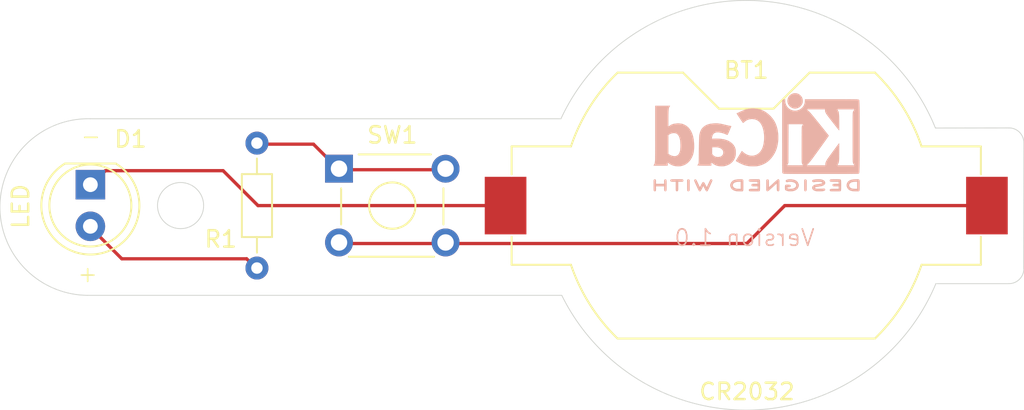
<source format=kicad_pcb>
(kicad_pcb (version 20241229) (generator "pcbnew") (generator_version "9.0")
  (title_block (title "Project LED Torch") (date "2025-06-10") (rev "1"))
  (layers (0 "F.Cu" signal) (2 "B.Cu" signal) (13 "F.Paste" user) (15 "B.Paste" user) (5 "F.SilkS" user "F.Silkscreen") (7 "B.SilkS" user "B.Silkscreen") (1 "F.Mask" user) (3 "B.Mask" user) (25 "Edge.Cuts" user))
  (net 0 "")
  (net 1 "/bat_pos")
  (net 2 "/LED_cathode")
  (net 3 "/LED_anode")
  (net 4 "Net-(SW1A-A)")
  (footprint "Button_Switch_THT:SW_TH_Tactile_Omron_B3F-10xx" (layer "F.Cu") (at 123.115 121.0035)
    (property "Reference" "SW1" (at 3.25 -2.05 0) (layer "F.SilkS"))
    (property "Value" "SW_DPDT_x2")
    (pad "1" thru_hole rect (at 0 0) (size 1.7 1.7) (drill 1) (layers "*.Cu" "*.Mask") (net 4 "Net-(SW1A-A)"))
    (pad "1" thru_hole circle (at 6.5 0) (size 1.7 1.7) (drill 1) (layers "*.Cu" "*.Mask") (net 4 "Net-(SW1A-A)"))
    (pad "2" thru_hole circle (at 0 4.5) (size 1.7 1.7) (drill 1) (layers "*.Cu" "*.Mask") (net 1 "/bat_pos"))
    (pad "2" thru_hole circle (at 6.5 4.5) (size 1.7 1.7) (drill 1) (layers "*.Cu" "*.Mask") (net 1 "/bat_pos"))
  )
  (footprint "LED_THT:LED_D5.0mm" (layer "F.Cu") (at 107.95 121.9785 -90)
    (property "Reference" "D1" (at -2.7785 -2.45 180) (layer "F.SilkS"))
    (property "Value" "LED" (at 1.3215 4.25 270) (layer "F.SilkS"))
    (pad "1" thru_hole rect (at 0 0 270) (size 1.8 1.8) (drill 0.9) (layers "*.Cu" "*.Mask") (net 2 "/LED_cathode"))
    (pad "2" thru_hole circle (at 2.54 0 270) (size 1.8 1.8) (drill 0.9) (layers "*.Cu" "*.Mask") (net 3 "/LED_anode"))
  )
  (footprint "Resistor_THT:R_Axial_DIN0204_L3.6mm_D1.6mm_P7.62mm_Horizontal" (layer "F.Cu") (at 118.11 127.0635 90)
    (property "Reference" "R1" (at 1.7635 -2.21 180) (layer "F.SilkS"))
    (property "Value" "R")
    (pad "1" thru_hole circle (at 0 0 90) (size 1.4 1.4) (drill 0.7) (layers "*.Cu" "*.Mask") (net 3 "/LED_anode"))
    (pad "2" thru_hole oval (at 7.62 0 90) (size 1.4 1.4) (drill 0.7) (layers "*.Cu" "*.Mask") (net 4 "Net-(SW1A-A)"))
  )
  (footprint "Battery:BatteryHolder_Keystone_1058_1x2032" (layer "F.Cu") (at 147.955 123.2535 180)
    (property "Reference" "BT1" (at 0 8.2535 0) (layer "F.SilkS"))
    (property "Value" "CR2032" (at -0.045 -11.3465 0) (layer "F.SilkS"))
    (pad "1" smd rect (at -14.68 0 180) (size 2.54 3.51) (layers "F.Cu" "F.Mask" "F.Paste") (net 1 "/bat_pos"))
    (pad "2" smd rect (at 14.68 0 180) (size 2.54 3.51) (layers "F.Cu" "F.Mask" "F.Paste") (net 2 "/LED_cathode"))
  )
  (footprint "Symbol:KiCad-Logo2_5mm_SilkScreen" (layer "B.Cu") (at 148.59 119.38 180)
    (property "Reference" "REF**" (hide yes))
    (property "Value" "KiCad-Logo2_5mm_SilkScreen" (hide yes))
  )
  (gr_line (start 107.951973 117.957638) (end 136.652 117.957602) (stroke (width 0.05)) (layer "Edge.Cuts"))
  (gr_line (start 164.886868 119.420868) (end 164.876936 127.1016) (stroke (width 0.05)) (layer "Edge.Cuts"))
  (gr_line (start 107.746822 128.7272) (end 136.7028 128.7272) (stroke (width 0.05)) (layer "Edge.Cuts"))
  (gr_arc (start 163.9824 118.5164) (mid 164.621955 118.781313) (end 164.886868 119.420868) (stroke (width 0.05)) (layer "Edge.Cuts"))
  (gr_line (start 163.9824 118.5164) (end 159.493845 118.523738) (stroke (width 0.05)) (layer "Edge.Cuts"))
  (gr_circle (center 113.451628 123.2535) (end 114.213628 124.4365) (stroke (width 0.05)) (fill no) (layer "Edge.Cuts"))
  (gr_arc (start 159.519419 128.019097) (mid 148.339133 135.720545) (end 136.7028 128.7272) (stroke (width 0.05)) (layer "Edge.Cuts"))
  (gr_arc (start 136.652 117.9576) (mid 148.258759 110.742777) (end 159.493845 118.523738) (stroke (width 0.05)) (layer "Edge.Cuts"))
  (gr_arc (start 164.886922 127.1016) (mid 164.622586 127.744695) (end 163.9824 128.016) (stroke (width 0.05)) (layer "Edge.Cuts"))
  (gr_arc (start 107.7468 128.7272) (mid 102.463619 123.239823) (end 107.951953 117.957638) (stroke (width 0.05)) (layer "Edge.Cuts"))
  (gr_line (start 159.512 128.016) (end 163.9824 128.016) (stroke (width 0.05)) (layer "Edge.Cuts"))
  (gr_text "+" (at 107.1 128 0) (layer "F.SilkS") (effects (font (size 1 1) (thickness 0.1)) (justify left bottom)))
  (gr_text "-" (at 107.3 119.6 0) (layer "F.SilkS") (effects (font (size 1 1) (thickness 0.1)) (justify left bottom)))
  (gr_text "Version 1.0" (at 152.2 125.8 0) (layer "B.SilkS") (effects (font (size 1 1) (thickness 0.1)) (justify left bottom mirror)))
  (segment (start 147.991 125.567) (end 150.3045 123.2535) (width 0.2) (layer "F.Cu") (net 1))
  (segment (start 150.3045 123.2535) (end 162.635 123.2535) (width 0.2) (layer "F.Cu") (net 1))
  (segment (start 129.615 125.567) (end 147.991 125.567) (width 0.2) (layer "F.Cu") (net 1))
  (segment (start 123.115 125.567) (end 129.615 125.567) (width 0.2) (layer "F.Cu") (net 1))
  (segment (start 118.1735 123.2535) (end 133.275 123.2535) (width 0.2) (layer "F.Cu") (net 2))
  (segment (start 108.867305 121.124695) (end 116.044695 121.124695) (width 0.2) (layer "F.Cu") (net 2))
  (segment (start 116.044695 121.124695) (end 118.1735 123.2535) (width 0.2) (layer "F.Cu") (net 2))
  (segment (start 107.95 122.042) (end 108.867305 121.124695) (width 0.2) (layer "F.Cu") (net 2))
  (segment (start 109.868 126.5) (end 117.483 126.5) (width 0.2) (layer "F.Cu") (net 3))
  (segment (start 117.483 126.5) (end 118.11 127.127) (width 0.2) (layer "F.Cu") (net 3))
  (segment (start 107.95 124.582) (end 109.868 126.5) (width 0.2) (layer "F.Cu") (net 3))
  (segment (start 118.11 119.507) (end 121.555 119.507) (width 0.2) (layer "F.Cu") (net 4))
  (segment (start 121.555 119.507) (end 123.115 121.067) (width 0.2) (layer "F.Cu") (net 4))
  (segment (start 123.115 121.067) (end 129.615 121.067) (width 0.2) (layer "F.Cu") (net 4))
)
</source>
